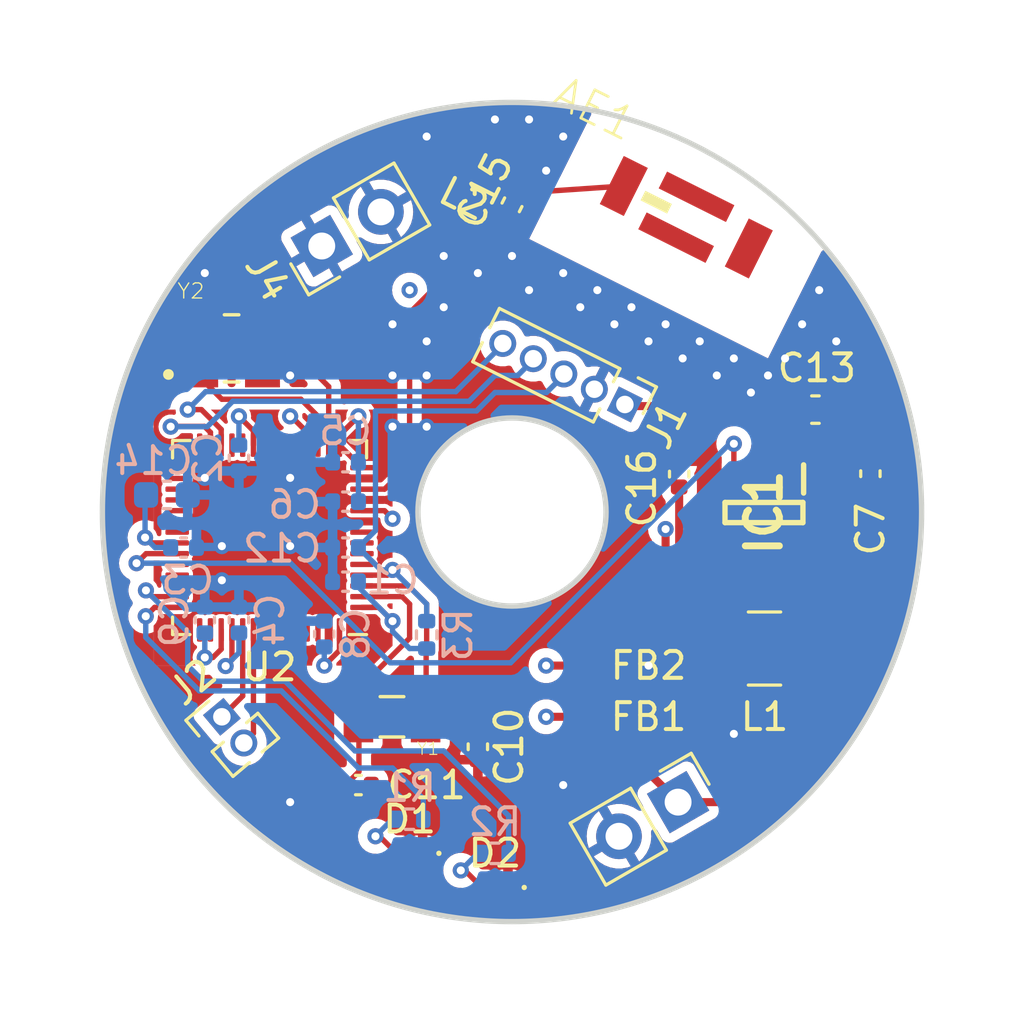
<source format=kicad_pcb>
(kicad_pcb (version 20221018) (generator pcbnew)
  (layers (0 "F.Cu" signal) (1 "In1.Cu" signal) (2 "In2.Cu" signal) (31 "B.Cu" signal) (34 "B.Paste" user) (35 "F.Paste" user) (36 "B.SilkS" user "B.Silkscreen") (37 "F.SilkS" user "F.Silkscreen") (38 "B.Mask" user) (39 "F.Mask" user) (44 "Edge.Cuts" user))
  (net 0 "")
  (net 1 "Net-(AE1-FEED)")
  (net 2 "VCC")
  (net 3 "GND")
  (net 4 "/rodentdbs_1/VDDD")
  (net 5 "/rodentdbs_1/XTAL32I")
  (net 6 "/rodentdbs_1/XTAL32O")
  (net 7 "/rodentdbs_1/{slash}XRES")
  (net 12 "/rodentdbs_1/VDDR")
  (net 13 "/rodentdbs_1/ANT")
  (net 20 "/rodentdbs_1/SWDIO")
  (net 21 "/rodentdbs_1/SWDCLK")
  (net 22 "/rodentdbs_1/LED1")
  (net 23 "/rodentdbs_1/LED2")
  (net 30 "/rodentdbs_1/VDDA")
  (net 34 "/rodentdbs_1/VREF")
  (net 39 "/rodentdbs_1/STIMB")
  (net 40 "/rodentdbs_1/STIMA")
  (net 41 "/rodentdbs_1/VCCD")
  (net 42 "/rodentdbs_1/XTAL24O")
  (net 43 "/rodentdbs_1/XTAL24I")
  (net 44 "Net-(IC1-LX)")
  (net 47 "Net-(D1-A)")
  (net 48 "Net-(D2-A)")
  (net 51 "/rodentdbs_1/{slash}SHDN-BOOST")
  (footprint "Connector_PinHeader_1.27mm:PinHeader_1x02_P1.27mm_Vertical" (layer "F.Cu") (at 135.255 134.62 40)
    (fp_text reference "J2" (at 0 -1.695 40) (layer "F.SilkS"))
    (fp_text value "ELECTRODE")
    (pad "1" thru_hole rect (at 0 0 40) (size 1 1) (drill 0.65) (layers "*.Cu" "*.Mask") (net 40 "/rodentdbs_1/STIMA"))
    (pad "2" thru_hole oval (at 0 1.27 40) (size 1 1) (drill 0.65) (layers "*.Cu" "*.Mask") (net 39 "/rodentdbs_1/STIMB"))
  )
  (footprint "Capacitor_SMD:C_0402_1005Metric" (layer "F.Cu") (at 140.335 137.16)
    (fp_text reference "C11" (at 2.54 0) (layer "F.SilkS"))
    (fp_text value "36pF")
    (pad "1" smd roundrect (at -0.48 0) (size 0.56 0.62) (layers "F.Cu" "F.Paste" "F.Mask") (net 5 "/rodentdbs_1/XTAL32I"))
    (pad "2" smd roundrect (at 0.48 0) (size 0.56 0.62) (layers "F.Cu" "F.Paste" "F.Mask") (net 3 "GND"))
  )
  (footprint "rodentdbs:XTAL_ECS-.327-9-34B-C-TR" (layer "F.Cu") (at 141.585 134.62 180)
    (fp_text reference "Y1" (at -1.783359 -1.457381) (layer "F.SilkS") (effects (font (size 0.461388 0.461388) (thickness 0.040121)) (justify right bottom)))
    (fp_text value "ECS-.327-9-34B-C-TR")
    (pad "1" smd rect (at -1.25 0) (size 1.1 1.9) (layers "F.Cu" "F.Paste" "F.Mask") (net 6 "/rodentdbs_1/XTAL32O"))
    (pad "2" smd rect (at 1.25 0) (size 1.1 1.9) (layers "F.Cu" "F.Paste" "F.Mask") (net 5 "/rodentdbs_1/XTAL32I"))
  )
  (footprint "Inductor_SMD:L_1210_3225Metric" (layer "F.Cu") (at 155.445 132.08)
    (fp_text reference "L1" (at 0 2.54) (layer "F.SilkS"))
    (fp_text value "10 uH")
    (pad "1" smd roundrect (at -1.4 0) (size 1.25 2.65) (layers "F.Cu" "F.Paste" "F.Mask") (roundrect_rratio 0.2) (net 30 "/rodentdbs_1/VDDA"))
    (pad "2" smd roundrect (at 1.4 0) (size 1.25 2.65) (layers "F.Cu" "F.Paste" "F.Mask") (roundrect_rratio 0.2) (net 44 "Net-(IC1-LX)"))
  )
  (footprint "Capacitor_SMD:C_0402_1005Metric" (layer "F.Cu") (at 144.78 135.735 -90)
    (fp_text reference "C10" (at 0 -1.16 90) (layer "F.SilkS"))
    (fp_text value "18pF")
    (pad "1" smd roundrect (at -0.48 0 270) (size 0.56 0.62) (layers "F.Cu" "F.Paste" "F.Mask") (net 6 "/rodentdbs_1/XTAL32O"))
    (pad "2" smd roundrect (at 0.48 0 270) (size 0.56 0.62) (layers "F.Cu" "F.Paste" "F.Mask") (net 3 "GND"))
  )
  (footprint "LED_SMD:LED_0402_1005Metric" (layer "F.Cu") (at 145.415 140.97 180)
    (fp_text reference "D2" (at 0 1.27) (layer "F.SilkS"))
    (fp_text value "GREEN LED")
    (pad "1" smd roundrect (at -0.485 0 180) (size 0.59 0.64) (layers "F.Cu" "F.Paste" "F.Mask") (net 3 "GND"))
    (pad "2" smd roundrect (at 0.485 0 180) (size 0.59 0.64) (layers "F.Cu" "F.Paste" "F.Mask") (net 48 "Net-(D2-A)"))
  )
  (footprint "Inductor_SMD:L_0402_1005Metric" (layer "F.Cu") (at 144.78 114.3 153.43)
    (fp_text reference "L2" (at 0 -1.17 153.43) (layer "F.SilkS"))
    (fp_text value "3.5 nH")
    (pad "1" smd roundrect (at -0.485 0 153.43) (size 0.59 0.64) (layers "F.Cu" "F.Paste" "F.Mask") (net 1 "Net-(AE1-FEED)"))
    (pad "2" smd roundrect (at 0.485 0 153.43) (size 0.59 0.64) (layers "F.Cu" "F.Paste" "F.Mask") (net 3 "GND"))
  )
  (footprint "Capacitor_SMD:C_0603_1608Metric" (layer "F.Cu") (at 157.34 123.19 180)
    (fp_text reference "C13" (at -0.052 1.547335) (layer "F.SilkS"))
    (fp_text value "10uF")
    (pad "1" smd roundrect (at -0.775 0 180) (size 0.9 0.95) (layers "F.Cu" "F.Paste" "F.Mask") (net 2 "VCC"))
    (pad "2" smd roundrect (at 0.775 0 180) (size 0.9 0.95) (layers "F.Cu" "F.Paste" "F.Mask") (net 3 "GND"))
  )
  (footprint "Capacitor_SMD:C_0402_1005Metric" (layer "F.Cu") (at 152.27 125.59 90)
    (fp_text reference "C16" (at -0.525601 -1.389664 90) (layer "F.SilkS"))
    (fp_text value "0.1uF")
    (pad "1" smd roundrect (at -0.48 0 90) (size 0.56 0.62) (layers "F.Cu" "F.Paste" "F.Mask") (net 30 "/rodentdbs_1/VDDA"))
    (pad "2" smd roundrect (at 0.48 0 90) (size 0.56 0.62) (layers "F.Cu" "F.Paste" "F.Mask") (net 3 "GND"))
  )
  (footprint "Connector_PinHeader_2.54mm:PinHeader_1x02_P2.54mm_Vertical" (layer "F.Cu") (at 140.071974 116.468026 120)
    (fp_text reference "J4" (at 0 -3.6 120) (layer "F.SilkS"))
    (fp_text value "MECHANICAL")
    (pad "1" thru_hole rect (at 0 -1.27 120) (size 1.7 1.7) (drill 1) (layers "*.Cu" "*.Mask") (net 3 "GND"))
    (pad "2" thru_hole oval (at 0 1.27 120) (size 1.7 1.7) (drill 1) (layers "*.Cu" "*.Mask") (net 3 "GND"))
  )
  (footprint "Capacitor_SMD:C_0402_1005Metric" (layer "F.Cu") (at 159.385 125.575 90)
    (fp_text reference "C7" (at -2.06 0 90) (layer "F.SilkS"))
    (fp_text value "0.1uF")
    (pad "1" smd roundrect (at -0.48 0 90) (size 0.56 0.62) (layers "F.Cu" "F.Paste" "F.Mask") (net 2 "VCC"))
    (pad "2" smd roundrect (at 0.48 0 90) (size 0.56 0.62) (layers "F.Cu" "F.Paste" "F.Mask") (net 3 "GND"))
  )
  (footprint "rodentdbs:XTAL_ECS-240-8-33-RWY-TR" (layer "F.Cu") (at 135.616724 120.912381)
    (fp_text reference "Y2" (at -2.054218 -1.8037) (layer "F.SilkS") (effects (font (size 0.561985 0.561985) (thickness 0.048868)) (justify left bottom)))
    (fp_text value "ECS-240-8-33-RWY-TR")
    (pad "1" smd rect (at -1.15 0.9) (size 1.3 1.1) (layers "F.Cu" "F.Paste" "F.Mask") (net 42 "/rodentdbs_1/XTAL24O"))
    (pad "2" smd rect (at 1.15 0.9) (size 1.3 1.1) (layers "F.Cu" "F.Paste" "F.Mask") (net 3 "GND"))
    (pad "3" smd rect (at 1.15 -0.9) (size 1.3 1.1) (layers "F.Cu" "F.Paste" "F.Mask") (net 43 "/rodentdbs_1/XTAL24I"))
    (pad "4" smd rect (at -1.15 -0.9) (size 1.3 1.1) (layers "F.Cu" "F.Paste" "F.Mask") (net 3 "GND"))
  )
  (footprint "LED_SMD:LED_0402_1005Metric" (layer "F.Cu") (at 142.24 139.7 180)
    (fp_text reference "D1" (at 0 1.27) (layer "F.SilkS"))
    (fp_text value "RED LED")
    (pad "1" smd roundrect (at -0.485 0 180) (size 0.59 0.64) (layers "F.Cu" "F.Paste" "F.Mask") (net 3 "GND"))
    (pad "2" smd roundrect (at 0.485 0 180) (size 0.59 0.64) (layers "F.Cu" "F.Paste" "F.Mask") (net 47 "Net-(D1-A)"))
  )
  (footprint "Inductor_SMD:L_0402_1005Metric" (layer "F.Cu") (at 148.74 134.62)
    (fp_text reference "FB1" (at 2.39 0) (layer "F.SilkS"))
    (fp_text value "FerriteBead")
    (pad "1" smd roundrect (at -0.485 0) (size 0.59 0.64) (layers "F.Cu" "F.Paste" "F.Mask") (net 4 "/rodentdbs_1/VDDD"))
    (pad "2" smd roundrect (at 0.485 0) (size 0.59 0.64) (layers "F.Cu" "F.Paste" "F.Mask") (net 2 "VCC"))
  )
  (footprint "Capacitor_SMD:C_0402_1005Metric" (layer "F.Cu") (at 146.05 115.57 63.43)
    (fp_text reference "C15" (at 0 -1.16 63.43) (layer "F.SilkS"))
    (fp_text value "1.5pF")
    (pad "1" smd roundrect (at -0.48 0 63.43) (size 0.56 0.62) (layers "F.Cu" "F.Paste" "F.Mask") (net 13 "/rodentdbs_1/ANT"))
    (pad "2" smd roundrect (at 0.48 0 63.43) (size 0.56 0.62) (layers "F.Cu" "F.Paste" "F.Mask") (net 1 "Net-(AE1-FEED)"))
  )
  (footprint "Connector_PinHeader_1.27mm:PinHeader_1x05_P1.27mm_Vertical" (layer "F.Cu") (at 150.25 123 -116.56)
    (fp_text reference "J1" (at 0 -1.695 63.44) (layer "F.SilkS"))
    (fp_text value "Program")
    (pad "1" thru_hole rect (at 0 0 243.44) (size 1 1) (drill 0.65) (layers "*.Cu" "*.Mask") (net 2 "VCC"))
    (pad "2" thru_hole oval (at 0 1.27 243.44) (size 1 1) (drill 0.65) (layers "*.Cu" "*.Mask") (net 3 "GND"))
    (pad "3" thru_hole oval (at 0 2.54 243.44) (size 1 1) (drill 0.65) (layers "*.Cu" "*.Mask") (net 7 "/rodentdbs_1/{slash}XRES"))
    (pad "4" thru_hole oval (at 0 3.81 243.44) (size 1 1) (drill 0.65) (layers "*.Cu" "*.Mask") (net 21 "/rodentdbs_1/SWDCLK"))
    (pad "5" thru_hole oval (at 0 5.08 243.44) (size 1 1) (drill 0.65) (layers "*.Cu" "*.Mask") (net 20 "/rodentdbs_1/SWDIO"))
  )
  (footprint "KemereLabFootprints:SOT95P275X110-5N" (layer "F.Cu") (at 155.425 127.02 -90)
    (fp_text reference "IC1" (at 0 0 -90) (layer "F.SilkS") (effects (font (size 1.27 1.27) (thickness 0.254))))
    (fp_text value "MAX1724EZK50+T" hide)
    (pad "1" smd rect (at -1.25 -0.95) (size 0.55 1.05) (layers "F.Cu" "F.Paste" "F.Mask") (net 2 "VCC"))
    (pad "2" smd rect (at -1.25 0) (size 0.55 1.05) (layers "F.Cu" "F.Paste" "F.Mask") (net 3 "GND"))
    (pad "3" smd rect (at -1.25 0.95) (size 0.55 1.05) (layers "F.Cu" "F.Paste" "F.Mask") (net 51 "/rodentdbs_1/{slash}SHDN-BOOST"))
    (pad "4" smd rect (at 1.25 0.95) (size 0.55 1.05) (layers "F.Cu" "F.Paste" "F.Mask") (net 30 "/rodentdbs_1/VDDA"))
    (pad "5" smd rect (at 1.25 -0.95) (size 0.55 1.05) (layers "F.Cu" "F.Paste" "F.Mask") (net 44 "Net-(IC1-LX)"))
  )
  (footprint "Connector_PinHeader_2.54mm:PinHeader_1x02_P2.54mm_Vertical" (layer "F.Cu") (at 151.13 138.43 -60)
    (fp_text reference "J3" hide)
    (fp_text value "BATTERY")
    (pad "1" thru_hole rect (at 0 -1.27 300) (size 1.7 1.7) (drill 1) (layers "*.Cu" "*.Mask") (net 2 "VCC"))
    (pad "2" thru_hole oval (at 0 1.27 300) (size 1.7 1.7) (drill 1) (layers "*.Cu" "*.Mask") (net 3 "GND"))
  )
  (footprint "Package_DFN_QFN:QFN-56-1EP_7x7mm_P0.4mm_EP5.6x5.6mm" (layer "F.Cu") (at 137.03 127.95 180)
    (fp_text reference "U2" (at 0 -4.82) (layer "F.SilkS"))
    (fp_text value "CY8C4247LQI-BL493")
    (pad "1" smd roundrect (at -3.4375 -2.6 180) (size 0.875 0.2) (layers "F.Cu" "F.Paste" "F.Mask") (net 4 "/rodentdbs_1/VDDD"))
    (pad "2" smd roundrect (at -3.4375 -2.2 180) (size 0.875 0.2) (layers "F.Cu" "F.Paste" "F.Mask") (net 5 "/rodentdbs_1/XTAL32I"))
    (pad "3" smd roundrect (at -3.4375 -1.8 180) (size 0.875 0.2) (layers "F.Cu" "F.Paste" "F.Mask") (net 6 "/rodentdbs_1/XTAL32O"))
    (pad "4" smd roundrect (at -3.4375 -1.4 180) (size 0.875 0.2) (layers "F.Cu" "F.Paste" "F.Mask") (net 7 "/rodentdbs_1/{slash}XRES"))
    (pad "5" smd roundrect (at -3.4375 -1 180) (size 0.875 0.2) (layers "F.Cu" "F.Paste" "F.Mask"))
    (pad "6" smd roundrect (at -3.4375 -0.6 180) (size 0.875 0.2) (layers "F.Cu" "F.Paste" "F.Mask"))
    (pad "7" smd roundrect (at -3.4375 -0.2 180) (size 0.875 0.2) (layers "F.Cu" "F.Paste" "F.Mask"))
    (pad "8" smd roundrect (at -3.4375 0.2 180) (size 0.875 0.2) (layers "F.Cu" "F.Paste" "F.Mask"))
    (pad "9" smd roundrect (at -3.4375 0.6 180) (size 0.875 0.2) (layers "F.Cu" "F.Paste" "F.Mask") (net 3 "GND"))
    (pad "10" smd roundrect (at -3.4375 1 180) (size 0.875 0.2) (layers "F.Cu" "F.Paste" "F.Mask") (net 12 "/rodentdbs_1/VDDR"))
    (pad "11" smd roundrect (at -3.4375 1.4 180) (size 0.875 0.2) (layers "F.Cu" "F.Paste" "F.Mask") (net 3 "GND"))
    (pad "12" smd roundrect (at -3.4375 1.8 180) (size 0.875 0.2) (layers "F.Cu" "F.Paste" "F.Mask") (net 13 "/rodentdbs_1/ANT"))
    (pad "13" smd roundrect (at -3.4375 2.2 180) (size 0.875 0.2) (layers "F.Cu" "F.Paste" "F.Mask") (net 3 "GND"))
    (pad "14" smd roundrect (at -3.4375 2.6 180) (size 0.875 0.2) (layers "F.Cu" "F.Paste" "F.Mask") (net 12 "/rodentdbs_1/VDDR"))
    (pad "15" smd roundrect (at -2.6 3.4375 180) (size 0.2 0.875) (layers "F.Cu" "F.Paste" "F.Mask") (net 12 "/rodentdbs_1/VDDR"))
    (pad "16" smd roundrect (at -2.2 3.4375 180) (size 0.2 0.875) (layers "F.Cu" "F.Paste" "F.Mask") (net 43 "/rodentdbs_1/XTAL24I"))
    (pad "17" smd roundrect (at -1.8 3.4375 180) (size 0.2 0.875) (layers "F.Cu" "F.Paste" "F.Mask") (net 42 "/rodentdbs_1/XTAL24O"))
    (pad "18" smd roundrect (at -1.4 3.4375 180) (size 0.2 0.875) (layers "F.Cu" "F.Paste" "F.Mask") (net 12 "/rodentdbs_1/VDDR"))
    (pad "19" smd roundrect (at -1 3.4375 180) (size 0.2 0.875) (layers "F.Cu" "F.Paste" "F.Mask"))
    (pad "20" smd roundrect (at -0.6 3.4375 180) (size 0.2 0.875) (layers "F.Cu" "F.Paste" "F.Mask"))
    (pad "21" smd roundrect (at -0.2 3.4375 180) (size 0.2 0.875) (layers "F.Cu" "F.Paste" "F.Mask"))
    (pad "22" smd roundrect (at 0.2 3.4375 180) (size 0.2 0.875) (layers "F.Cu" "F.Paste" "F.Mask"))
    (pad "23" smd roundrect (at 0.6 3.4375 180) (size 0.2 0.875) (layers "F.Cu" "F.Paste" "F.Mask") (net 4 "/rodentdbs_1/VDDD"))
    (pad "24" smd roundrect (at 1 3.4375 180) (size 0.2 0.875) (layers "F.Cu" "F.Paste" "F.Mask"))
    (pad "25" smd roundrect (at 1.4 3.4375 180) (size 0.2 0.875) (layers "F.Cu" "F.Paste" "F.Mask"))
    (pad "26" smd roundrect (at 1.8 3.4375 180) (size 0.2 0.875) (layers "F.Cu" "F.Paste" "F.Mask") (net 20 "/rodentdbs_1/SWDIO"))
    (pad "27" smd roundrect (at 2.2 3.4375 180) (size 0.2 0.875) (layers "F.Cu" "F.Paste" "F.Mask") (net 21 "/rodentdbs_1/SWDCLK"))
    (pad "28" smd roundrect (at 2.6 3.4375 180) (size 0.2 0.875) (layers "F.Cu" "F.Paste" "F.Mask"))
    (pad "29" smd roundrect (at 3.4375 2.6 180) (size 0.875 0.2) (layers "F.Cu" "F.Paste" "F.Mask"))
    (pad "30" smd roundrect (at 3.4375 2.2 180) (size 0.875 0.2) (layers "F.Cu" "F.Paste" "F.Mask"))
    (pad "31" smd roundrect (at 3.4375 1.8 180) (size 0.875 0.2) (layers "F.Cu" "F.Paste" "F.Mask"))
    (pad "32" smd roundrect (at 3.4375 1.4 180) (size 0.875 0.2) (layers "F.Cu" "F.Paste" "F.Mask"))
    (pad "33" smd roundrect (at 3.4375 1 180) (size 0.875 0.2) (layers "F.Cu" "F.Paste" "F.Mask"))
    (pad "34" smd roundrect (at 3.4375 0.6 180) (size 0.875 0.2) (layers "F.Cu" "F.Paste" "F.Mask"))
    (pad "35" smd roundrect (at 3.4375 0.2 180) (size 0.875 0.2) (layers "F.Cu" "F.Paste" "F.Mask"))
    (pad "36" smd roundrect (at 3.4375 -0.2 180) (size 0.875 0.2) (layers "F.Cu" "F.Paste" "F.Mask") (net 30 "/rodentdbs_1/VDDA"))
    (pad "37" smd roundrect (at 3.4375 -0.6 180) (size 0.875 0.2) (layers "F.Cu" "F.Paste" "F.Mask") (net 51 "/rodentdbs_1/{slash}SHDN-BOOST"))
    (pad "38" smd roundrect (at 3.4375 -1 180) (size 0.875 0.2) (layers "F.Cu" "F.Paste" "F.Mask"))
    (pad "39" smd roundrect (at 3.4375 -1.4 180) (size 0.875 0.2) (layers "F.Cu" "F.Paste" "F.Mask"))
    (pad "40" smd roundrect (at 3.4375 -1.8 180) (size 0.875 0.2) (layers "F.Cu" "F.Paste" "F.Mask"))
    (pad "41" smd roundrect (at 3.4375 -2.2 180) (size 0.875 0.2) (layers "F.Cu" "F.Paste" "F.Mask") (net 22 "/rodentdbs_1/LED1"))
    (pad "42" smd roundrect (at 3.4375 -2.6 180) (size 0.875 0.2) (layers "F.Cu" "F.Paste" "F.Mask") (net 23 "/rodentdbs_1/LED2"))
    (pad "43" smd roundrect (at 2.6 -3.4375 180) (size 0.2 0.875) (layers "F.Cu" "F.Paste" "F.Mask"))
    (pad "44" smd roundrect (at 2.2 -3.4375 180) (size 0.2 0.875) (layers "F.Cu" "F.Paste" "F.Mask"))
    (pad "45" smd roundrect (at 1.8 -3.4375 180) (size 0.2 0.875) (layers "F.Cu" "F.Paste" "F.Mask") (net 34 "/rodentdbs_1/VREF"))
    (pad "46" smd roundrect (at 1.4 -3.4375 180) (size 0.2 0.875) (layers "F.Cu" "F.Paste" "F.Mask") (net 30 "/rodentdbs_1/VDDA"))
    (pad "47" smd roundrect (at 1 -3.4375 180) (size 0.2 0.875) (layers "F.Cu" "F.Paste" "F.Mask") (net 40 "/rodentdbs_1/STIMA"))
    (pad "48" smd roundrect (at 0.6 -3.4375 180) (size 0.2 0.875) (layers "F.Cu" "F.Paste" "F.Mask") (net 39 "/rodentdbs_1/STIMB"))
    (pad "49" smd roundrect (at 0.2 -3.4375 180) (size 0.2 0.875) (layers "F.Cu" "F.Paste" "F.Mask"))
    (pad "50" smd roundrect (at -0.2 -3.4375 180) (size 0.2 0.875) (layers "F.Cu" "F.Paste" "F.Mask"))
    (pad "51" smd roundrect (at -0.6 -3.4375 180) (size 0.2 0.875) (layers "F.Cu" "F.Paste" "F.Mask"))
    (pad "52" smd roundrect (at -1 -3.4375 180) (size 0.2 0.875) (layers "F.Cu" "F.Paste" "F.Mask"))
    (pad "53" smd roundrect (at -1.4 -3.4375 180) (size 0.2 0.875) (layers "F.Cu" "F.Paste" "F.Mask"))
    (pad "54" smd roundrect (at -1.8 -3.4375 180) (size 0.2 0.875) (layers "F.Cu" "F.Paste" "F.Mask"))
    (pad "55" smd roundrect (at -2.2 -3.4375 180) (size 0.2 0.875) (layers "F.Cu" "F.Paste" "F.Mask") (net 3 "GND"))
    (pad "56" smd roundrect (at -2.6 -3.4375 180) (size 0.2 0.875) (layers "F.Cu" "F.Paste" "F.Mask") (net 41 "/rodentdbs_1/VCCD"))
    (pad "57" smd rect (at 0 0 180) (size 5.6 5.6) (layers "F.Cu" "F.Mask") (net 3 "GND"))
  )
  (footprint "Inductor_SMD:L_0402_1005Metric" (layer "F.Cu") (at 148.74 132.715)
    (fp_text reference "FB2" (at 2.39 0) (layer "F.SilkS"))
    (fp_text value "FerriteBead")
    (pad "1" smd roundrect (at -0.485 0) (size 0.59 0.64) (layers "F.Cu" "F.Paste" "F.Mask") (net 12 "/rodentdbs_1/VDDR"))
    (pad "2" smd roundrect (at 0.485 0) (size 0.59 0.64) (layers "F.Cu" "F.Paste" "F.Mask") (net 2 "VCC"))
  )
  (footprint "rodentdbs:XCVR_2450AT42B100E" (layer "F.Cu") (at 152.535282 116.03272 -26.56)
    (fp_text reference "AE1" (at -3.202618 -1.40115 153.44) (layer "F.SilkS") (effects (font (size 1.169357 1.169357) (thickness 0.101683)) (justify right bottom)))
    (fp_text value "Ant")
    (pad "1" smd rect (at -2.6 0 333.44) (size 1 2) (layers "F.Cu" "F.Paste" "F.Mask") (net 1 "Net-(AE1-FEED)"))
    (pad "2" smd rect (at 2.6 0 333.44) (size 1 2) (layers "F.Cu" "F.Paste" "F.Mask"))
    (pad "3" smd rect (at 0 0.85 333.44) (size 2.8 0.7) (layers "F.Cu" "F.Paste" "F.Mask"))
    (pad "4" smd rect (at 0 -0.85 333.44) (size 2.8 0.7) (layers "F.Cu" "F.Paste" "F.Mask"))
  )
  (footprint "Capacitor_SMD:C_0402_1005Metric" (layer "B.Cu") (at 135.89 131.0175 90)
    (fp_text reference "C4" (at 0 1.16 90) (layer "B.SilkS") (effects (justify mirror)))
    (fp_text value "0.1uF")
    (pad "1" smd roundrect (at -0.48 0 90) (size 0.56 0.62) (layers "B.Cu" "B.Paste" "B.Mask") (net 30 "/rodentdbs_1/VDDA"))
    (pad "2" smd roundrect (at 0.48 0 90) (size 0.56 0.62) (layers "B.Cu" "B.Paste" "B.Mask") (net 3 "GND"))
  )
  (footprint "Capacitor_SMD:C_0402_1005Metric" (layer "B.Cu") (at 139.065 131.54 90)
    (fp_text reference "C8" (at 0 1.16 90) (layer "B.SilkS") (effects (justify mirror)))
    (fp_text value "1.0uF")
    (pad "1" smd roundrect (at -0.48 0 90) (size 0.56 0.62) (layers "B.Cu" "B.Paste" "B.Mask") (net 41 "/rodentdbs_1/VCCD"))
    (pad "2" smd roundrect (at 0.48 0 90) (size 0.56 0.62) (layers "B.Cu" "B.Paste" "B.Mask") (net 3 "GND"))
  )
  (footprint "Capacitor_SMD:C_0402_1005Metric" (layer "B.Cu") (at 139.855 128.3225 180)
    (fp_text reference "C12" (at 2.35483 -0.031737) (layer "B.SilkS") (effects (justify mirror)))
    (fp_text value "100pF")
    (pad "1" smd roundrect (at -0.48 0 180) (size 0.56 0.62) (layers "B.Cu" "B.Paste" "B.Mask") (net 7 "/rodentdbs_1/{slash}XRES"))
    (pad "2" smd roundrect (at 0.48 0 180) (size 0.56 0.62) (layers "B.Cu" "B.Paste" "B.Mask") (net 3 "GND"))
  )
  (footprint "Resistor_SMD:R_0402_1005Metric" (layer "B.Cu") (at 145.415 139.7 180)
    (fp_text reference "R2" (at 0 1.17) (layer "B.SilkS") (effects (justify mirror)))
    (fp_text value "330")
    (pad "1" smd roundrect (at -0.51 0 180) (size 0.54 0.64) (layers "B.Cu" "B.Paste" "B.Mask") (net 22 "/rodentdbs_1/LED1"))
    (pad "2" smd roundrect (at 0.51 0 180) (size 0.54 0.64) (layers "B.Cu" "B.Paste" "B.Mask") (net 48 "Net-(D2-A)"))
  )
  (footprint "Capacitor_SMD:C_0402_1005Metric" (layer "B.Cu") (at 135.89 124.9925 -90)
    (fp_text reference "C2" (at 0 1.16 90) (layer "B.SilkS") (effects (justify mirror)))
    (fp_text value "0.1uF")
    (pad "1" smd roundrect (at -0.48 0 270) (size 0.56 0.62) (layers "B.Cu" "B.Paste" "B.Mask") (net 4 "/rodentdbs_1/VDDD"))
    (pad "2" smd roundrect (at 0.48 0 270) (size 0.56 0.62) (layers "B.Cu" "B.Paste" "B.Mask") (net 3 "GND"))
  )
  (footprint "Resistor_SMD:R_0402_1005Metric" (layer "B.Cu") (at 142.875 131.57 90)
    (fp_text reference "R3" (at 0 1.17 90) (layer "B.SilkS") (effects (justify mirror)))
    (fp_text value "4.7k")
    (pad "1" smd roundrect (at -0.51 0 90) (size 0.54 0.64) (layers "B.Cu" "B.Paste" "B.Mask") (net 4 "/rodentdbs_1/VDDD"))
    (pad "2" smd roundrect (at 0.51 0 90) (size 0.54 0.64) (layers "B.Cu" "B.Paste" "B.Mask") (net 7 "/rodentdbs_1/{slash}XRES"))
  )
  (footprint "Capacitor_SMD:C_0402_1005Metric" (layer "B.Cu") (at 139.855 125.1475 180)
    (fp_text reference "C5" (at 0 1.16) (layer "B.SilkS") (effects (justify mirror)))
    (fp_text value "0.1uF")
    (pad "1" smd roundrect (at -0.48 0 180) (size 0.56 0.62) (layers "B.Cu" "B.Paste" "B.Mask") (net 12 "/rodentdbs_1/VDDR"))
    (pad "2" smd roundrect (at 0.48 0 180) (size 0.56 0.62) (layers "B.Cu" "B.Paste" "B.Mask") (net 3 "GND"))
  )
  (footprint "Capacitor_SMD:C_0402_1005Metric" (layer "B.Cu") (at 134.62 131.0175 90)
    (fp_text reference "C9" (at -0.033593 -1.12979 90) (layer "B.SilkS") (effects (justify mirror)))
    (fp_text value "1.0uF")
    (pad "1" smd roundrect (at -0.48 0 90) (size 0.56 0.62) (layers "B.Cu" "B.Paste" "B.Mask") (net 34 "/rodentdbs_1/VREF"))
    (pad "2" smd roundrect (at 0.48 0 90) (size 0.56 0.62) (layers "B.Cu" "B.Paste" "B.Mask") (net 3 "GND"))
  )
  (footprint "Capacitor_SMD:C_0402_1005Metric" (layer "B.Cu") (at 139.855 126.615 180)
    (fp_text reference "C6" (at 1.891526 -0.110654) (layer "B.SilkS") (effects (justify mirror)))
    (fp_text value "0.1uF")
    (pad "1" smd roundrect (at -0.48 0 180) (size 0.56 0.62) (layers "B.Cu" "B.Paste" "B.Mask") (net 12 "/rodentdbs_1/VDDR"))
    (pad "2" smd roundrect (at 0.48 0 180) (size 0.56 0.62) (layers "B.Cu" "B.Paste" "B.Mask") (net 3 "GND"))
  )
  (footprint "Capacitor_SMD:C_0603_1608Metric" (layer "B.Cu") (at 133.21 126.365)
    (fp_text reference "C14" (at -0.495 -1.27) (layer "B.SilkS") (effects (justify mirror)))
    (fp_text value "10uF")
    (pad "1" smd roundrect (at -0.775 0) (size 0.9 0.95) (layers "B.Cu" "B.Paste" "B.Mask") (net 30 "/rodentdbs_1/VDDA"))
    (pad "2" smd roundrect (at 0.775 0) (size 0.9 0.95) (layers "B.Cu" "B.Paste" "B.Mask") (net 3 "GND"))
  )
  (footprint "Resistor_SMD:R_0402_1005Metric" (layer "B.Cu") (at 142.24 138.43 180)
    (fp_text reference "R1" (at 0 1.17) (layer "B.SilkS") (effects (justify mirror)))
    (fp_text value "330")
    (pad "1" smd roundrect (at -0.51 0 180) (size 0.54 0.64) (layers "B.Cu" "B.Paste" "B.Mask") (net 23 "/rodentdbs_1/LED2"))
    (pad "2" smd roundrect (at 0.51 0 180) (size 0.54 0.64) (layers "B.Cu" "B.Paste" "B.Mask") (net 47 "Net-(D1-A)"))
  )
  (footprint "Capacitor_SMD:C_0402_1005Metric" (layer "B.Cu") (at 133.83 128.3225)
    (fp_text reference "C3" (at 0.155 1.2175) (layer "B.SilkS") (effects (justify mirror)))
    (fp_text value "0.1uF")
    (pad "1" smd roundrect (at -0.48 0) (size 0.56 0.62) (layers "B.Cu" "B.Paste" "B.Mask") (net 30 "/rodentdbs_1/VDDA"))
    (pad "2" smd roundrect (at 0.48 0) (size 0.56 0.62) (layers "B.Cu" "B.Paste" "B.Mask") (net 3 "GND"))
  )
  (footprint "Capacitor_SMD:C_0402_1005Metric" (layer "B.Cu") (at 139.855 129.5925 180)
    (fp_text reference "C1" (at -1.75 0.0525) (layer "B.SilkS") (effects (justify mirror)))
    (fp_text value "0.1uF")
    (pad "1" smd roundrect (at -0.48 0 180) (size 0.56 0.62) (layers "B.Cu" "B.Paste" "B.Mask") (net 4 "/rodentdbs_1/VDDD"))
    (pad "2" smd roundrect (at 0.48 0 180) (size 0.56 0.62) (layers "B.Cu" "B.Paste" "B.Mask") (net 3 "GND"))
  )
  (gr_circle (center 146.05 127) (end 149.55 127) (stroke (width 0.2)) (fill none) (layer "Edge.Cuts"))
  (gr_circle (center 146.05 127) (end 161.29 127) (stroke (width 0.2)) (fill none) (layer "Edge.Cuts"))
  (segment (start 150.209669 114.87017) (end 146.2647 115.140693) (width 0.2) (layer "F.Cu") (net 1))
  (segment (start 146.2647 115.140693) (end 145.213778 114.516936) (width 0.2) (layer "F.Cu") (net 1))
  (segment (start 157.48 126.365) (end 159.075 126.365) (width 0.3) (layer "F.Cu") (net 2))
  (segment (start 154.505193 123.060193) (end 156.375 124.93) (width 0.3) (layer "F.Cu") (net 2))
  (segment (start 156.375 124.93) (end 156.375 125.77) (width 0.3) (layer "F.Cu") (net 2))
  (segment (start 149.225 134.790148) (end 152.229852 137.795) (width 0.3) (layer "F.Cu") (net 2))
  (segment (start 154.305 137.795) (end 152.229852 137.795) (width 0.3) (layer "F.Cu") (net 2))
  (segment (start 156.885 125.77) (end 157.48 126.365) (width 0.3) (layer "F.Cu") (net 2))
  (segment (start 159.075 126.365) (end 159.385 126.055) (width 0.3) (layer "F.Cu") (net 2))
  (segment (start 158.115 123.19) (end 156.375 124.93) (width 0.3) (layer "F.Cu") (net 2))
  (segment (start 150.23589 123.060193) (end 154.505193 123.060193) (width 0.3) (layer "F.Cu") (net 2))
  (segment (start 156.375 125.77) (end 156.885 125.77) (width 0.3) (layer "F.Cu") (net 2))
  (segment (start 159.075 133.025) (end 154.305 137.795) (width 0.3) (layer "F.Cu") (net 2))
  (segment (start 149.225 132.715) (end 149.225 133.985) (width 0.3) (layer "F.Cu") (net 2))
  (segment (start 149.225 133.985) (end 149.225 134.790148) (width 0.3) (layer "F.Cu") (net 2))
  (segment (start 149.225 133.985) (end 149.225 134.62) (width 0.3) (layer "F.Cu") (net 2))
  (segment (start 159.075 126.365) (end 159.075 133.025) (width 0.3) (layer "F.Cu") (net 2))
  (segment (start 142.6 125.368233) (end 142.6 124.1) (width 0.2) (layer "F.Cu") (net 3))
  (segment (start 140.4675 125.75) (end 141.2 125.75) (width 0.2) (layer "F.Cu") (net 3))
  (segment (start 140.4675 126.55) (end 141.418232 126.55) (width 0.2) (layer "F.Cu") (net 3))
  (segment (start 141.418232 126.55) (end 142.6 125.368233) (width 0.2) (layer "F.Cu") (net 3))
  (segment (start 141.88 125.07) (end 141.88 124.1) (width 0.2) (layer "F.Cu") (net 3))
  (segment (start 141.2 125.75) (end 141.88 125.07) (width 0.2) (layer "F.Cu") (net 3))
  (segment (start 141.605 120.015) (end 141.605 119.858746) (width 0.2) (layer "F.Cu") (net 3))
  (segment (start 142.6 124.1) (end 142.875 123.825) (width 0.2) (layer "F.Cu") (net 3))
  (segment (start 141.88 124.1) (end 141.605 123.825) (width 0.2) (layer "F.Cu") (net 3))
  (segment (start 136.766724 121.812381) (end 137.687381 121.812381) (width 0.2) (layer "F.Cu") (net 3))
  (segment (start 137.687381 121.812381) (end 137.795 121.92) (width 0.2) (layer "F.Cu") (net 3))
  (via (at 152.4 121.285) (size 0.6) (drill 0.3) (layers "F.Cu" "B.Cu") (net 3))
  (via (at 146.685 112.395) (size 0.6) (drill 0.3) (layers "F.Cu" "B.Cu") (net 3))
  (via (at 137.795 121.92) (size 0.6) (drill 0.3) (layers "F.Cu" "B.Cu") (net 3))
  (via (at 142.875 113.03) (size 0.6) (drill 0.3) (layers "F.Cu" "B.Cu") (net 3))
  (via (at 134.62 125.73) (size 0.6) (drill 0.3) (layers "F.Cu" "B.Cu") (net 3))
  (via (at 142.875 121.92) (size 0.6) (drill 0.3) (layers "F.Cu" "B.Cu") (net 3))
  (via (at 156.21 121.285) (size 0.6) (drill 0.3) (layers "F.Cu" "B.Cu") (net 3))
  (via (at 142.875 123.825) (size 0.6) (drill 0.3) (layers "F.Cu" "B.Cu") (net 3))
  (via (at 146.05 117.475) (size 0.6) (drill 0.3) (layers "F.Cu" "B.Cu") (net 3))
  (via (at 135.255 128.27) (size 0.6) (drill 0.3) (layers "F.Cu" "B.Cu") (net 3))
  (via (at 143.51 119.38) (size 0.6) (drill 0.3) (layers "F.Cu" "B.Cu") (net 3))
  (via (at 147.955 137.16) (size 0.6) (drill 0.3) (layers "F.Cu" "B.Cu") (net 3))
  (via (at 155.575 121.92) (size 0.6) (drill 0.3) (layers "F.Cu" "B.Cu") (net 3))
  (via (at 144.78 118.11) (size 0.6) (drill 0.3) (layers "F.Cu" "B.Cu") (net 3))
  (via (at 153.67 121.92) (size 0.6) (drill 0.3) (layers "F.Cu" "B.Cu") (net 3))
  (via (at 149.225 118.745) (size 0.6) (drill 0.3) (layers "F.Cu" "B.Cu") (net 3))
  (via (at 148.59 119.38) (size 0.6) (drill 0.3) (layers "F.Cu" "B.Cu") (net 3))
  (via (at 147.955 118.11) (size 0.6) (drill 0.3) (layers "F.Cu" "B.Cu") (net 3))
  (via (at 134.62 118.11) (size 0.6) (drill 0.3) (layers "F.Cu" "B.Cu") (net 3))
  (via (at 154.305 135.255) (size 0.6) (drill 0.3) (layers "F.Cu" "B.Cu") (net 3))
  (via (at 143.51 117.475) (size 0.6) (drill 0.3) (layers "F.Cu" "B.Cu") (net 3))
  (via (at 135.255 129.54) (size 0.6) (drill 0.3) (layers "F.Cu" "B.Cu") (net 3))
  (via (at 145.415 112.395) (size 0.6) (drill 0.3) (layers "F.Cu" "B.Cu") (net 3))
  (via (at 158.115 120.65) (size 0.6) (drill 0.3) (layers "F.Cu" "B.Cu") (net 3))
  (via (at 149.86 120.015) (size 0.6) (drill 0.3) (layers "F.Cu" "B.Cu") (net 3))
  (via (at 153.035 120.65) (size 0.6) (drill 0.3) (layers "F.Cu" "B.Cu") (net 3))
  (via (at 141.605 120.015) (size 0.6) (drill 0.3) (layers "F.Cu" "B.Cu") (net 3))
  (via (at 154.94 122.555) (size 0.6) (drill 0.3) (layers "F.Cu" "B.Cu") (net 3))
  (via (at 137.795 137.795) (size 0.6) (drill 0.3) (layers "F.Cu" "B.Cu") (net 3))
  (via (at 147.955 113.03) (size 0.6) (drill 0.3) (layers "F.Cu" "B.Cu") (net 3))
  (via (at 156.845 120.015) (size 0.6) (drill 0.3) (layers "F.Cu" "B.Cu") (net 3))
  (via (at 151.13 120.65) (size 0.6) (drill 0.3) (layers "F.Cu" "B.Cu") (net 3))
  (via (at 141.605 123.825) (size 0.6) (drill 0.3) (layers "F.Cu" "B.Cu") (net 3))
  (via (at 137.795 125.73) (size 0.6) (drill 0.3) (layers "F.Cu" "B.Cu") (net 3))
  (via (at 137.795 128.27) (size 0.6) (drill 0.3) (layers "F.Cu" "B.Cu") (net 3))
  (via (at 151.765 120.015) (size 0.6) (drill 0.3) (layers "F.Cu" "B.Cu") (net 3))
  (via (at 154.305 121.285) (size 0.6) (drill 0.3) (layers "F.Cu" "B.Cu") (net 3))
  (via (at 147.32 114.3) (size 0.6) (drill 0.3) (layers "F.Cu" "B.Cu") (net 3))
  (via (at 150.495 119.38) (size 0.6) (drill 0.3) (layers "F.Cu" "B.Cu") (net 3))
  (via (at 146.685 118.745) (size 0.6) (drill 0.3) (layers "F.Cu" "B.Cu") (net 3))
  (via (at 151.13 132.715) (size 0.6) (drill 0.3) (layers "F.Cu" "B.Cu") (net 3))
  (via (at 142.875 120.65) (size 0.6) (drill 0.3) (layers "F.Cu" "B.Cu") (net 3))
  (via (at 141.605 121.92) (size 0.6) (drill 0.3) (layers "F.Cu" "B.Cu") (net 3))
  (via (at 157.48 118.745) (size 0.6) (drill 0.3) (layers "F.Cu" "B.Cu") (net 3))
  (segment (start 148.255 134.62) (end 147.32 134.62) (width 0.3) (layer "F.Cu") (net 4))
  (segment (start 140.4675 130.55) (end 141.095 130.55) (width 0.2) (layer "F.Cu") (net 4))
  (segment (start 141.095 130.55) (end 141.605 131.06) (width 0.2) (layer "F.Cu") (net 4))
  (segment (start 136.43 123.98) (end 135.89 123.44) (width 0.2) (layer "F.Cu") (net 4))
  (segment (start 136.43 124.5125) (end 136.43 123.98) (width 0.2) (layer "F.Cu") (net 4))
  (via (at 147.32 134.62) (size 0.6) (drill 0.3) (layers "F.Cu" "B.Cu") (net 4))
  (via (at 141.605 131.06) (size 0.6) (drill 0.3) (layers "F.Cu" "B.Cu") (net 4))
  (via (at 135.89 123.44) (size 0.6) (drill 0.3) (layers "F.Cu" "B.Cu") (net 4))
  (segment (start 142.24 132.08) (end 142.875 132.08) (width 0.2) (layer "B.Cu") (net 4))
  (segment (start 141.605 131.06) (end 141.605 131.445) (width 0.2) (layer "B.Cu") (net 4))
  (segment (start 140.335 129.5925) (end 140.335 129.79) (width 0.2) (layer "B.Cu") (net 4))
  (segment (start 135.89 124.5125) (end 135.89 123.44) (width 0.2) (layer "B.Cu") (net 4))
  (segment (start 140.335 129.79) (end 141.605 131.06) (width 0.2) (layer "B.Cu") (net 4))
  (segment (start 141.605 131.445) (end 142.24 132.08) (width 0.2) (layer "B.Cu") (net 4))
  (segment (start 140.355 134.93) (end 140.355 136.66) (width 0.2) (layer "F.Cu") (net 5))
  (segment (start 142.24 130.425) (end 142.24 131.695) (width 0.2) (layer "F.Cu") (net 5))
  (segment (start 142.24 131.695) (end 140.355 133.58) (width 0.2) (layer "F.Cu") (net 5))
  (segment (start 140.355 136.66) (end 139.855 137.16) (width 0.2) (layer "F.Cu") (net 5))
  (segment (start 141.965 130.15) (end 142.24 130.425) (width 0.2) (layer "F.Cu") (net 5))
  (segment (start 140.4675 130.15) (end 141.965 130.15) (width 0.2) (layer "F.Cu") (net 5))
  (segment (start 140.355 133.58) (end 140.355 134.93) (width 0.2) (layer "F.Cu") (net 5))
  (segment (start 142.855 134.93) (end 142.855 132.1) (width 0.2) (layer "F.Cu") (net 6))
  (segment (start 144.78 135.255) (end 144.455 134.93) (width 0.2) (layer "F.Cu") (net 6))
  (segment (start 142.875 132.08) (end 142.875 130.425) (width 0.2) (layer "F.Cu") (net 6))
  (segment (start 144.455 134.93) (end 142.855 134.93) (width 0.2) (layer "F.Cu") (net 6))
  (segment (start 142.875 130.425) (end 142.2 129.75) (width 0.2) (layer "F.Cu") (net 6))
  (segment (start 142.2 129.75) (end 140.4675 129.75) (width 0.2) (layer "F.Cu") (net 6))
  (segment (start 142.855 132.1) (end 142.875 132.08) (width 0.2) (layer "F.Cu") (net 6))
  (segment (start 141.41 129.35) (end 141.605 129.155) (width 0.2) (layer "F.Cu") (net 7))
  (segment (start 140.4675 129.35) (end 141.41 129.35) (width 0.2) (layer "F.Cu") (net 7))
  (via (at 141.605 129.155) (size 0.6) (drill 0.3) (layers "F.Cu" "B.Cu") (net 7))
  (segment (start 142.875 131.06) (end 142.875 130.425) (width 0.2) (layer "B.Cu") (net 7))
  (segment (start 141.605 129.155) (end 141.1675 129.155) (width 0.2) (layer "B.Cu") (net 7))
  (segment (start 144.73 123.24) (end 140.97 123.24) (width 0.2) (layer "B.Cu") (net 7))
  (segment (start 142.875 130.425) (end 141.605 129.155) (width 0.2) (layer "B.Cu") (net 7))
  (segment (start 140.97 123.24) (end 140.97 127.6875) (width 0.2) (layer "B.Cu") (net 7))
  (segment (start 140.97 127.6875) (end 140.335 128.3225) (width 0.2) (layer "B.Cu") (net 7))
  (segment (start 141.1675 129.155) (end 140.335 128.3225) (width 0.2) (layer "B.Cu") (net 7))
  (segment (start 145.415 122.555) (end 144.73 123.24) (width 0.2) (layer "B.Cu") (net 7))
  (segment (start 147.333416 122.555) (end 145.415 122.555) (width 0.2) (layer "B.Cu") (net 7))
  (segment (start 147.963945 121.924471) (end 147.333416 122.555) (width 0.2) (layer "B.Cu") (net 7))
  (segment (start 138.43 124.036594) (end 137.833406 123.44) (width 0.2) (layer "F.Cu") (net 12))
  (segment (start 137.833406 123.44) (end 137.795 123.44) (width 0.2) (layer "F.Cu") (net 12))
  (segment (start 139.63 124.5125) (end 139.63 124.145) (width 0.2) (layer "F.Cu") (net 12))
  (segment (start 140.4675 125.35) (end 139.63 124.5125) (width 0.2) (layer "F.Cu") (net 12))
  (segment (start 141.305 126.95) (end 141.605 127.25) (width 0.2) (layer "F.Cu") (net 12))
  (segment (start 140.4675 126.95) (end 141.305 126.95) (width 0.2) (layer "F.Cu") (net 12))
  (segment (start 139.63 124.145) (end 140.335 123.44) (width 0.2) (layer "F.Cu") (net 12))
  (segment (start 148.255 132.715) (end 147.32 132.715) (width 0.3) (layer "F.Cu") (net 12))
  (segment (start 138.43 124.5125) (end 138.43 124.036594) (width 0.2) (layer "F.Cu") (net 12))
  (via (at 137.795 123.44) (size 0.6) (drill 0.3) (layers "F.Cu" "B.Cu") (net 12))
  (via (at 141.605 127.25) (size 0.6) (drill 0.3) (layers "F.Cu" "B.Cu") (net 12))
  (via (at 147.32 132.715) (size 0.6) (drill 0.3) (layers "F.Cu" "B.Cu") (net 12))
  (via (at 140.335 123.44) (size 0.6) (drill 0.3) (layers "F.Cu" "B.Cu") (net 12))
  (segment (start 140.335 123.44) (end 140.335 125.1475) (width 0.2) (layer "B.Cu") (net 12))
  (segment (start 140.335 125.1475) (end 140.335 126.615) (width 0.2) (layer "B.Cu") (net 12))
  (segment (start 145.8353 115.999307) (end 142.24 119.594607) (width 0.2) (layer "F.Cu") (net 13))
  (segment (start 141.309116 126.15) (end 140.4675 126.15) (width 0.2) (layer "F.Cu") (net 13))
  (segment (start 142.24 119.594607) (end 142.24 125.219116) (width 0.2) (layer "F.Cu") (net 13))
  (segment (start 142.24 125.219116) (end 141.309116 126.15) (width 0.2) (layer "F.Cu") (net 13))
  (segment (start 134.492522 123.19) (end 133.985 123.19) (width 0.2) (layer "F.Cu") (net 20))
  (segment (start 135.23 124.5125) (end 135.23 123.927478) (width 0.2) (layer "F.Cu") (net 20))
  (segment (start 135.23 123.927478) (end 134.492522 123.19) (width 0.2) (layer "F.Cu") (net 20))
  (via (at 133.985 123.19) (size 0.6) (drill 0.3) (layers "F.Cu" "B.Cu") (net 20))
  (segment (start 133.985 123.19) (end 134.655 122.52) (width 0.2) (layer "B.Cu") (net 20))
  (segment (start 134.655 122.52) (end 143.960749 122.52) (width 0.2) (layer "B.Cu") (net 20))
  (segment (start 143.960749 122.52) (end 145.692 120.788749) (width 0.2) (layer "B.Cu") (net 20))
  (segment (start 134.608406 123.815) (end 133.36 123.815) (width 0.2) (layer "F.Cu") (net 21))
  (segment (start 133.36 123.815) (end 133.35 123.825) (width 0.2) (layer "F.Cu") (net 21))
  (segment (start 134.83 124.5125) (end 134.83 124.036594) (width 0.2) (layer "F.Cu") (net 21))
  (segment (start 134.83 124.036594) (end 134.608406 123.815) (width 0.2) (layer "F.Cu") (net 21))
  (via (at 133.35 123.825) (size 0.6) (drill 0.3) (layers "F.Cu" "B.Cu") (net 21))
  (via (at 142.24 118.745) (size 0.6) (drill 0.3) (layers "F.Cu" "B.Cu") (net 21))
  (segment (start 133.35 123.825) (end 134.71304 123.825) (width 0.2) (layer "B.Cu") (net 21))
  (segment (start 144.455 122.88) (end 145.415 121.92) (width 0.2) (layer "B.Cu") (net 21))
  (segment (start 134.71304 123.825) (end 135.65804 122.88) (width 0.2) (layer "B.Cu") (net 21))
  (segment (start 135.65804 122.88) (end 144.455 122.88) (width 0.2) (layer "B.Cu") (net 21))
  (segment (start 146.264582 121.92) (end 146.827972 121.35661) (width 0.2) (layer "B.Cu") (net 21))
  (segment (start 145.415 121.92) (end 146.264582 121.92) (width 0.2) (layer "B.Cu") (net 21))
  (segment (start 132.663575 130.15) (end 132.430343 129.916768) (width 0.2) (layer "F.Cu") (net 22))
  (segment (start 133.5925 130.15) (end 132.663575 130.15) (width 0.2) (layer "F.Cu") (net 22))
  (via (at 132.430343 129.916768) (size 0.6) (drill 0.3) (layers "F.Cu" "B.Cu") (net 22))
  (segment (start 145.925 138.305) (end 145.925 139.7) (width 0.2) (layer "B.Cu") (net 22))
  (segment (start 133.985 131.471425) (end 133.985 132.715) (width 0.2) (layer "B.Cu") (net 22))
  (segment (start 143.51 135.89) (end 145.925 138.305) (width 0.2) (layer "B.Cu") (net 22))
  (segment (start 133.985 132.715) (end 134.565584 133.295584) (width 0.2) (layer "B.Cu") (net 22))
  (segment (start 140.209116 135.89) (end 143.51 135.89) (width 0.2) (layer "B.Cu") (net 22))
  (segment (start 134.565584 133.295584) (end 137.6147 133.295584) (width 0.2) (layer "B.Cu") (net 22))
  (segment (start 137.6147 133.295584) (end 140.209116 135.89) (width 0.2) (layer "B.Cu") (net 22))
  (segment (start 132.430343 129.916768) (end 133.985 131.471425) (width 0.2) (layer "B.Cu") (net 22))
  (segment (start 133.5925 130.55) (end 132.750808 130.55) (width 0.2) (layer "F.Cu") (net 23))
  (segment (start 132.750808 130.55) (end 132.422836 130.877972) (width 0.2) (layer "F.Cu") (net 23))
  (via (at 132.422836 130.877972) (size 0.6) (drill 0.3) (layers "F.Cu" "B.Cu") (net 23))
  (segment (start 141.605 136.525) (end 140.335 136.525) (width 0.2) (layer "B.Cu") (net 23))
  (segment (start 142.75 138.43) (end 142.75 137.67) (width 0.2) (layer "B.Cu") (net 23))
  (segment (start 132.422836 131.661953) (end 132.422836 130.877972) (width 0.2) (layer "B.Cu") (net 23))
  (segment (start 142.75 137.67) (end 141.605 136.525) (width 0.2) (layer "B.Cu") (net 23))
  (segment (start 140.335 136.525) (end 137.465584 133.655584) (width 0.2) (layer "B.Cu") (net 23))
  (segment (start 137.465584 133.655584) (end 134.416467 133.655584) (width 0.2) (layer "B.Cu") (net 23))
  (segment (start 134.416467 133.655584) (end 132.422836 131.661953) (width 0.2) (layer "B.Cu") (net 23))
  (segment (start 132.595 128.15) (end 132.3975 127.9525) (width 0.2) (layer "F.Cu") (net 30))
  (segment (start 152.14 128.625) (end 152.27 128.495) (width 0.3) (layer "F.Cu") (net 30))
  (segment (start 154.475 131.015) (end 154.045 131.445) (width 0.3) (layer "F.Cu") (net 30))
  (segment (start 154.475 128.27) (end 154.475 131.015) (width 0.3) (layer "F.Cu") (net 30))
  (segment (start 151.765 128.625) (end 152.14 128.625) (width 0.3) (layer "F.Cu") (net 30))
  (segment (start 154.475 128.27) (end 152.495 128.27) (width 0.3) (layer "F.Cu") (net 30))
  (segment (start 135.63 131.3875) (end 135.63 132.496253) (width 0.2) (layer "F.Cu") (net 30))
  (segment (start 151.765 128.625) (end 151.765 127.635) (width 0.3) (layer "F.Cu") (net 30))
  (segment (start 152.27 126.07) (end 152.27 128.495) (width 0.3) (layer "F.Cu") (net 30))
  (segment (start 152.495 128.27) (end 152.27 128.495) (width 0.3) (layer "F.Cu") (net 30))
  (segment (start 133.5925 128.15) (end 132.595 128.15) (width 0.2) (layer "F.Cu") (net 30))
  (segment (start 135.63 132.496253) (end 135.395378 132.730875) (width 0.2) (layer "F.Cu") (net 30))
  (via (at 132.3975 127.9525) (size 0.6) (drill 0.3) (layers "F.Cu" "B.Cu") (net 30))
  (via (at 151.765 127.635) (size 0.6) (drill 0.3) (layers "F.Cu" "B.Cu") (net 30))
  (via (at 135.395378 132.730875) (size 0.6) (drill 0.3) (layers "F.Cu" "B.Cu") (net 30))
  (segment (start 132.3975 127.9525) (end 132.3975 126.4025) (width 0.2) (layer "B.Cu") (net 30))
  (segment (start 132.7675 128.3225) (end 132.3975 127.9525) (width 0.2) (layer "B.Cu") (net 30))
  (segment (start 132.3975 126.4025) (end 132.435 126.365) (width 0.2) (layer "B.Cu") (net 30))
  (segment (start 133.35 128.3225) (end 132.7675 128.3225) (width 0.2) (layer "B.Cu") (net 30))
  (segment (start 135.89 132.236253) (end 135.395378 132.730875) (width 0.2) (layer "B.Cu") (net 30))
  (segment (start 135.89 131.4975) (end 135.89 132.236253) (width 0.2) (layer "B.Cu") (net 30))
  (segment (start 135.23 132.105) (end 134.922988 132.412012) (width 0.2) (layer "F.Cu") (net 34))
  (segment (start 134.922988 132.412012) (end 134.62 132.412012) (width 0.2) (layer "F.Cu") (net 34))
  (segment (start 135.23 131.3875) (end 135.23 132.105) (width 0.2) (layer "F.Cu") (net 34))
  (via (at 134.62 132.412012) (size 0.6) (drill 0.3) (layers "F.Cu" "B.Cu") (net 34))
  (segment (start 134.62 132.412012) (end 134.62 131.4975) (width 0.2) (layer "B.Cu") (net 34))
  (segment (start 136.43 135.234216) (end 136.07134 135.592876) (width 0.2) (layer "F.Cu") (net 39))
  (segment (start 136.43 131.3875) (end 136.43 135.234216) (width 0.2) (layer "F.Cu") (net 39))
  (segment (start 136.03 131.3875) (end 136.03 133.845) (width 0.2) (layer "F.Cu") (net 40))
  (segment (start 136.03 133.845) (end 135.255 134.62) (width 0.2) (layer "F.Cu") (net 40))
  (segment (start 139.63 131.3875) (end 139.63 132.15) (width 0.2) (layer "F.Cu") (net 41))
  (segment (start 139.63 132.15) (end 139.065 132.715) (width 0.2) (layer "F.Cu") (net 41))
  (via (at 139.065 132.715) (size 0.6) (drill 0.3) (layers "F.Cu" "B.Cu") (net 41))
  (segment (start 139.065 132.715) (end 139.065 132.02) (width 0.2) (layer "B.Cu") (net 41))
  (segment (start 134.466724 121.812381) (end 134.466724 122.016724) (width 0.2) (layer "F.Cu") (net 42))
  (segment (start 134.466724 122.016724) (end 135.255 122.805) (width 0.2) (layer "F.Cu") (net 42))
  (segment (start 138.83 124.5125) (end 138.83 123.44) (width 0.2) (layer "F.Cu") (net 42))
  (segment (start 135.255 122.805) (end 138.195 122.805) (width 0.2) (layer "F.Cu") (net 42))
  (segment (start 138.195 122.805) (end 138.83 123.44) (width 0.2) (layer "F.Cu") (net 42))
  (segment (start 136.907381 120.012381) (end 139.23 122.335) (width 0.2) (layer "F.Cu") (net 43))
  (segment (start 136.766724 120.012381) (end 136.907381 120.012381) (width 0.2) (layer "F.Cu") (net 43))
  (segment (start 139.23 122.335) (end 139.23 124.5125) (width 0.2) (layer "F.Cu") (net 43))
  (segment (start 156.375 128.27) (end 156.375 130.975) (width 0.3) (layer "F.Cu") (net 44))
  (segment (start 156.375 130.975) (end 156.845 131.445) (width 0.3) (layer "F.Cu") (net 44))
  (segment (start 140.97 139.065) (end 141.12 139.065) (width 0.2) (layer "F.Cu") (net 47))
  (segment (start 141.12 139.065) (end 141.755 139.7) (width 0.2) (layer "F.Cu") (net 47))
  (via (at 140.97 139.065) (size 0.6) (drill 0.3) (layers "F.Cu" "B.Cu") (net 47))
  (segment (start 141.605 138.43) (end 140.97 139.065) (width 0.2) (layer "B.Cu") (net 47))
  (segment (start 141.73 138.43) (end 141.605 138.43) (width 0.2) (layer "B.Cu") (net 47))
  (segment (start 144.295 140.335) (end 144.93 140.97) (width 0.2) (layer "F.Cu") (net 48))
  (segment (start 144.145 140.335) (end 144.295 140.335) (width 0.2) (layer "F.Cu") (net 48))
  (via (at 144.145 140.335) (size 0.6) (drill 0.3) (layers "F.Cu" "B.Cu") (net 48))
  (segment (start 144.78 139.7) (end 144.145 140.335) (width 0.2) (layer "B.Cu") (net 48))
  (segment (start 144.905 139.7) (end 144.78 139.7) (width 0.2) (layer "B.Cu") (net 48))
  (segment (start 132.435 128.55) (end 132.08 128.905) (width 0.2) (layer "F.Cu") (net 51))
  (segment (start 154.305 124.46) (end 154.305 125.6) (width 0.2) (layer "F.Cu") (net 51))
  (segment (start 154.305 125.6) (end 154.475 125.77) (width 0.2) (layer "F.Cu") (net 51))
  (segment (start 133.5925 128.55) (end 132.435 128.55) (width 0.2) (layer "F.Cu") (net 51))
  (via (at 154.305 124.46) (size 0.6) (drill 0.3) (layers "F.Cu" "B.Cu") (net 51))
  (via (at 132.08 128.905) (size 0.6) (drill 0.3) (layers "F.Cu" "B.Cu") (net 51))
  (segment (start 154.14804 124.46) (end 154.305 124.46) (width 0.2) (layer "B.Cu") (net 51))
  (segment (start 141.516815 132.61) (end 145.99804 132.61) (width 0.2) (layer "B.Cu") (net 51))
  (segment (start 145.99804 132.61) (end 154.14804 124.46) (width 0.2) (layer "B.Cu") (net 51))
  (segment (start 132.08 128.905) (end 137.811815 128.905) (width 0.2) (layer "B.Cu") (net 51))
  (segment (start 137.811815 128.905) (end 141.516815 132.61) (width 0.2) (layer "B.Cu") (net 51))
  (zone (net 3) (net_name "GND") (layers "F.Cu" "In1.Cu") (priority 1) (connect_pads yes (clearance 0.15)) (min_thickness 0.15) (fill yes (thermal_gap 0.15) (thermal_bridge_width 0.15) (island_removal_mode 1) (island_area_min 10))
    (polygon (pts (xy 141.605 132.715) (xy 132.715 132.715) (xy 132.715 123.19) (xy 141.605 123.19)))
  )
  (zone (net 3) (net_name "GND") (layers "F.Cu" "In1.Cu" "In2.Cu" "B.Cu") (connect_pads (clearance 0.35)) (min_thickness 0.25) (fill yes (thermal_gap 0.35) (thermal_bridge_width 0.355) (smoothing fillet) (radius 0.5))
    (polygon (pts (xy 127 146.05) (xy 127 107.95) (xy 165.1 107.95) (xy 165.1 146.05)))
  )
  (zone (net 0) (net_name "") (layers "F.Cu" "In1.Cu" "In2.Cu" "B.Cu") (connect_pads (clearance 0)) (min_thickness 0.25)
    (keepout (tracks allowed) (vias not_allowed) (pads allowed) (copperpour not_allowed) (footprints allowed))
    (fill (thermal_gap 0.5) (thermal_bridge_width 0.5))
    (polygon (pts (xy 149.86 110.49) (xy 158.75 114.935) (xy 155.575 121.285) (xy 146.685 116.84)))
  )
)
</source>
